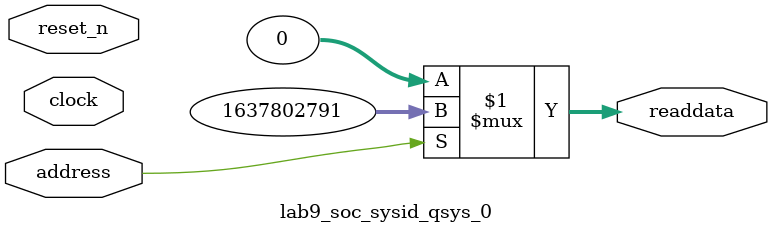
<source format=v>



// synthesis translate_off
`timescale 1ns / 1ps
// synthesis translate_on

// turn off superfluous verilog processor warnings 
// altera message_level Level1 
// altera message_off 10034 10035 10036 10037 10230 10240 10030 

module lab9_soc_sysid_qsys_0 (
               // inputs:
                address,
                clock,
                reset_n,

               // outputs:
                readdata
             )
;

  output  [ 31: 0] readdata;
  input            address;
  input            clock;
  input            reset_n;

  wire    [ 31: 0] readdata;
  //control_slave, which is an e_avalon_slave
  assign readdata = address ? 1637802791 : 0;

endmodule



</source>
